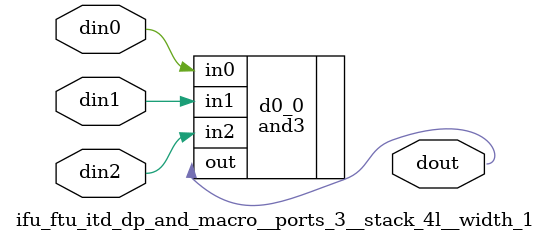
<source format=v>
module ifu_ftu_itd_dp (
  tcu_scan_en, 
  tcu_muxtest, 
  tcu_dectest, 
  l2clk, 
  scan_in, 
  tcu_pce_ov, 
  spc_aclk, 
  spc_bclk, 
  default_pid, 
  default_r, 
  default_context_0, 
  default_context_1, 
  write_context_0, 
  write_context_1, 
  itc_sel_trap_pc_0, 
  itc_sel_trap_pc_1, 
  itc_sel_demap_tag_d, 
  itc_sel_demap_tag_c0, 
  itc_sel_demap_tag_c1, 
  itc_sel_write_tag, 
  itc_sel_default, 
  itc_sel_write_tag_indexed, 
  itc_tag_error_inj, 
  itc_data_error_inj, 
  ifu_agd_pc_bf, 
  tlu_trap_pc_0, 
  tlu_trap_pc_1, 
  mmu_index, 
  ftp_thr0_pid_data, 
  ftp_thr1_pid_data, 
  ftp_thr2_pid_data, 
  ftp_thr3_pid_data, 
  ftp_thr4_pid_data, 
  ftp_thr5_pid_data, 
  ftp_thr6_pid_data, 
  ftp_thr7_pid_data, 
  asi_addr_bf, 
  mbi_addr, 
  mbi_wdata, 
  mbi_run, 
  mbi_cambist_run, 
  mbi_cambist_shift, 
  mbi_init_to_zero, 
  itc_sel_mbist, 
  itc_write_next, 
  scan_out, 
  itd_tag, 
  itd_data, 
  itd_index_valid_in, 
  itd_rw_index, 
  itd_prty_256m, 
  itd_prty_4m, 
  itd_prty_64k, 
  itd_prty_8k, 
  itd_prty_ctxt0, 
  itd_prty_ctxt1);
wire stop;
wire en;
wire test;
wire se;
wire pce_ov;
wire siclk;
wire soclk;
wire [54:0] tlu_tte;
wire tte0_lat_scanin;
wire tte0_lat_scanout;
wire init_or_shift;
wire [54:0] tte0;
wire init_or_shift_bf;
wire tte1_lat_scanin;
wire tte1_lat_scanout;
wire [54:0] tte1;
wire not_init_and_run;
wire not_init_nor_run;
wire [54:0] tte2;
wire not_init_and_run_bf;
wire not_init_nor_run_bf;
wire [2:0] partition_id1_to_buf;
wire [2:0] partition_id1;
wire [68:0] tag_to_demap_d;
wire [68:0] tag_to_demap_c0;
wire [12:0] write_context_0_ff;
wire [68:0] tag_to_demap_c1;
wire [12:0] write_context_1_ff;
wire prty_tte0_ctxt_;
wire sel_write_tag_c0;
wire sel_write_tag_c1;
wire [13:0] context_to_write_in;
wire [68:0] tag_to_write;
wire [13:0] context_to_write;
wire [2:0] partition_id2;
wire context_to_write_prty;
wire mask_va_27_22_;
wire mask_va_21_16_;
wire mask_va_15_13_;
wire mask_context_;
wire [27:13] masked_va;
wire masked_ctxt_parity;
wire [68:0] access_tag_f;
wire wrdata_sel;
wire [51:13] tag_for_parity;
wire mux_masked_ctxt_parity;
wire tag_parity_unmasked;
wire tag_parity_masked;
wire tag_parity;
wire [7:0] mbist_wdata_bf;
wire mbist_run;
wire tag_parity_out;
wire prty_256m;
wire prty_8k_lower;
wire prty_va_27_22;
wire prty_4m;
wire prty_va_27_16;
wire prty_64k;
wire prty_8k;
wire prty_ctxt0;
wire prty_ctxt1;
wire [68:0] access_tag_in;
wire access_tag_reg_scanin;
wire access_tag_reg_scanout;
wire access_tag_reg0_scanin;
wire access_tag_reg0_scanout;
wire write_context_0_reg_scanin;
wire write_context_0_reg_scanout;
wire write_context_1_reg_scanin;
wire write_context_1_reg_scanout;
wire context_to_write_reg_scanin;
wire context_to_write_reg_scanout;
wire tte2_lat_scanin;
wire tte2_lat_scanout;
wire [52:0] tte2_out;
wire [3:0] atm_unused;
wire [6:0] tte2_unused;
wire tte1_unused;
wire [68:0] mbist_wdata;
wire [7:0] mbist_wdata_dup;
wire [37:0] data_mbist_wdata;
wire [68:0] mbist_camdata;
wire [68:0] mbist_camdata_shift;
wire [68:0] bist_wdata;
wire [68:0] itd_tag_to_buf;
wire [5:0] mbist_index;
wire [5:0] itd_rw_index_to_buf;
wire mbist_in_reg_scanin;
wire mbist_in_reg_scanout;
wire [5:0] mbist_index_to_buf;
wire [7:0] mbist_wdata_to_buf;
wire mbist_run_to_buf;
wire cambist_run_bf;
wire mbist_in_dup_reg_scanin;
wire mbist_in_dup_reg_scanout;
wire tcu_muxtest_rep0;
wire [37:0] data_to_write;
wire [36:0] itd_data_to_buf;
wire data_parity;
wire data_parity_0;
wire data_parity_1;
wire init_or_shift_nor;
wire [1:0] itd_demap_control1;
wire demap_control1_0_;




input tcu_scan_en ;
input tcu_muxtest;
input tcu_dectest;
input		l2clk;
input		scan_in;
input		tcu_pce_ov;
input		spc_aclk;
input		spc_bclk;

input	[2:0] default_pid;
input		default_r;
input	[12:0] default_context_0;
input	[12:0] default_context_1;
input	[13:0] write_context_0;
input	[13:0] write_context_1;

input		itc_sel_trap_pc_0;
input		itc_sel_trap_pc_1;
input		itc_sel_demap_tag_d;
input		itc_sel_demap_tag_c0;
input		itc_sel_demap_tag_c1;
input		itc_sel_write_tag;
input           itc_sel_default;
input		itc_sel_write_tag_indexed;
input 	        itc_tag_error_inj;
input 	        itc_data_error_inj;

input	[47:13]	ifu_agd_pc_bf;

input	[47:0]	tlu_trap_pc_0;
input	[47:0]	tlu_trap_pc_1;
input	[6:0]	mmu_index;		// valid and index from data_access

input	[2:0]	ftp_thr0_pid_data;
input	[2:0]	ftp_thr1_pid_data;
input	[2:0]	ftp_thr2_pid_data;
input	[2:0]	ftp_thr3_pid_data;
input	[2:0]	ftp_thr4_pid_data;
input	[2:0]	ftp_thr5_pid_data;
input	[2:0]	ftp_thr6_pid_data;
input	[2:0]	ftp_thr7_pid_data;

input	[8:3]	asi_addr_bf;
input   [5:0] mbi_addr;
input   [7:0]	mbi_wdata;
input 	        mbi_run;
input           mbi_cambist_run;
input           mbi_cambist_shift;
input           mbi_init_to_zero;

input 		itc_sel_mbist;
input           itc_write_next;

output		scan_out;

output	[68:0]	itd_tag;
output	[37:0]	itd_data;
// output	[02:00]	itd_demap_control1;
output		itd_index_valid_in;
output	[5:0]	itd_rw_index;
output		itd_prty_256m;
output		itd_prty_4m;
output		itd_prty_64k;
output		itd_prty_8k;
output		itd_prty_ctxt0;
output		itd_prty_ctxt1;


					
// assign pce_ov	= tcu_pce_ov;
assign stop	= 1'b0;
// assign siclk	= spc_aclk;
// assign soclk	= spc_bclk;
assign en	= 1'b1;
// assign clk	= l2clk;
assign test  	= tcu_dectest;

ifu_ftu_itd_dp_buff_macro__dbuff_32x__stack_none__width_4 test_rep0  (
  .din ({tcu_scan_en,tcu_pce_ov,spc_aclk,spc_bclk}),
  .dout({se,pce_ov,siclk,soclk})
);



///////////////////////////////////////////////////////////////////////////////
// Flop the TTE from TLU

// First cycle of transfer 
// (part of tag, data, controls)
// 	  45	  Demap valid
// 	  44:43	  Demap / context type
//	  42	  PS_GT_64K
//	  41:39   VA[15:13]
//	  38	  PS_GT_8K
//	  37:35   Thread ID
//	  34	  Real bit
//	  33:22   PA[39:28]
//	  21:16   PA[27:22]
//	  15:10   PA[21:16]
//	  09:07   PA[15:13]
//	  06	  Valid bit
//	  05	  NFO bit
//	  04	  IE bit
//	  03	  CP bit
//	  02	  X bit
//	  01	  P bit
//	  00	  W bit
// Second cycle of transfer 
// (rest of tag)
//	  47:28   VA[47:28]
//	  27:22   VA[27:22]
//	  21	  PS_EQ_256M
//	  20	  Valid
//	  19	  Lock
//	  18:13   VA[21:16]
//	  12:00   Context

ifu_ftu_itd_dp_mux_macro__mux_aonpe__ports_2__stack_60c__width_55 tte_mux     (
	.din0	({mmu_index		[6:0],
		  tlu_trap_pc_0		[47:0]}),
	.din1	({mmu_index		[6:0],
		  tlu_trap_pc_1		[47:0]}),
	.sel0	(itc_sel_trap_pc_0		),
	.sel1	(itc_sel_trap_pc_1		),
	.dout	(tlu_tte		[54:0]	)
 
);

ifu_ftu_itd_dp_msff_macro__stack_60c__width_56 tte0_lat   (
        .scan_in(tte0_lat_scanin),
        .scan_out(tte0_lat_scanout),
        .clk ( l2clk                ),
	.din	({tlu_tte		[54:0]	,init_or_shift }),
	.dout	({tte0			[54:0]	,init_or_shift_bf}),
  .en(en),
  .se(se),
  .siclk(siclk),
  .soclk(soclk),
  .pce_ov(pce_ov),
  .stop(stop)
);

ifu_ftu_itd_dp_msff_macro__stack_60c__width_59 tte1_lat   (
        .scan_in(tte1_lat_scanin),
        .scan_out(tte1_lat_scanout),
        .clk ( l2clk                ),
	.din	({tte0[54:0],  tte1[37:36],not_init_and_run , not_init_nor_run}	),
	.dout	({tte1[54:0],  tte2[37:36],not_init_and_run_bf , not_init_nor_run_bf }	),
  .en(en),
  .se(se),
  .siclk(siclk),
  .soclk(soclk),
  .pce_ov(pce_ov),
  .stop(stop)
);





///////////////////////////TTE tag///////////////////////////////////////////////

// First must capture partition ID for both cycles
ifu_ftu_itd_dp_mux_macro__mux_aodec__ports_8__stack_4r__width_3 mx_pid1     (
	.din0	(ftp_thr0_pid_data[2:0]),
	.din1	(ftp_thr1_pid_data[2:0]),
	.din2	(ftp_thr2_pid_data[2:0]),
	.din3	(ftp_thr3_pid_data[2:0]),
	.din4	(ftp_thr4_pid_data[2:0]),
	.din5	(ftp_thr5_pid_data[2:0]),
	.din6	(ftp_thr6_pid_data[2:0]),
	.din7	(ftp_thr7_pid_data[2:0]),
	.sel	(tte1[37:35]),
	.dout	(partition_id1_to_buf[2:0])
);

ifu_ftu_itd_dp_buff_macro__stack_4c__width_3 mx_pid1_buf   (
    .din(partition_id1_to_buf[2:0]),
    .dout(partition_id1[2:0]));

// Now build tag for the two cycles
// Demap with specified context
assign tag_to_demap_d[68:0] =
       {tte0		[12:0],	// Context	
	partition_id1	[2:0],	// PID
	tte1		[34   ],	// R
	tte0		[47:28],	// VA[47:28]
	tte0		[27:22],	// VA[27:22]
	tte0		[21   ],	// 27_22_V
	tte0		[20   ],	// V
	tte0		[18:13],	// VA[21:16]
	tte1		[42   ],	// 21_16_V
	tte1		[41:39],	// VA[15:13]
	tte1		[38   ],	// 15_13_V
	tte0		[12:0]};	// Context[12:00]

// Demap with context 0
assign tag_to_demap_c0[68:0] =
       {write_context_0_ff	[12:0],	// Context[12:00]
	partition_id1		[2:0],	// PID
	tte1			[34   ],	// R
	tte0			[47:28],	// VA[47:28]
	tte0			[27:22],	// VA[27:22]
	tte0			[21   ],	// 27_22_V
	tte0			[20   ],	// V
	tte0			[18:13],	// VA[21:16]
	tte1			[42   ],	// 21_16_V
	tte1			[41:39],	// VA[15:13]
	tte1			[38   ],	// 15_13_V
	write_context_0_ff	[12:0]};	// Context[12:00]
	
// Demap with context 1
assign tag_to_demap_c1[68:0] =
       {write_context_1_ff	[12:0],	// Context[12:00]
	partition_id1		[2:0],	// PID
	tte1			[34   ],	// R
	tte0			[47:28],	// VA[47:28]
	tte0			[27:22],	// VA[27:22]
	tte0			[21   ],	// 27_22_V
	tte0			[20   ],	// V
	tte0			[18:13],	// VA[21:16]
	tte1			[42   ],	// 21_16_V
	tte1			[41:39],	// VA[15:13]
	tte1			[38   ],	// 15_13_V
	write_context_1_ff	[12:0]};	// Context[12:00]

// Mux context for write tag
ifu_ftu_itd_dp_mux_macro__mux_aope__ports_3__stack_14r__width_14 context_to_write_mux     (
	.din0	(write_context_0	[13:0]	),
	.din1	(write_context_1	[13:0]	),
	.din2	({prty_tte0_ctxt_, tte0	[12:0]}),
	.sel0	(sel_write_tag_c0		),
	.sel1	(sel_write_tag_c1		),
	.dout	(context_to_write_in	[13:0]	)
);

// buff_macro context_to_write_buf (width=14, stack=14r) (
//     .din(context_to_write_to_buf[13:0]),
//     .dout(context_to_write[13:0]));

// Write with muxed context
assign tag_to_write[68:0] =
       {context_to_write[12:0],	// Context		68:56
	partition_id2	[2:0],	// PID			55:53
	tte2		[34   ],	// R			52
	tte1		[47:28],	// VA[47:28]		51:32
	tte1		[27:22],	// VA[27:22]		31:26
	tte1		[21   ],	// 27_22_V		25
	tte1		[20   ],	// V			24
	tte1		[18:13],	// VA[21:16]		23:18
	tte2		[42   ],	// 21_16_V		17
	tte2		[41:39],	// VA[15:13]		16:14
	tte2		[38   ],	// 15_13_V		13
	context_to_write[12:0]		// Context[12:00]	12:00
	};
	
assign context_to_write_prty = context_to_write[13] ;

///////////////////////////////////////////////
// Parity generation for tte_tag
///////////////////////////////////////////////

// Mask the appropriate address/context bits based on page size and RA or VA trans type.

ifu_ftu_itd_dp_inv_macro__width_3 pg_mask_va  (
	.din	({tag_to_write[25],tag_to_write[17],tag_to_write[13]}),
	.dout	({mask_va_27_22_,  mask_va_21_16_,  mask_va_15_13_})
);
ifu_ftu_itd_dp_inv_macro__width_1 pg_mask_ctxt  (
	.din	(tag_to_write[52]),
	.dout	(mask_context_)
);

ifu_ftu_itd_dp_and_macro__ports_2__stack_16l__width_16 mask_tag    (
	.din0	({tag_to_write[31:26],
		  tag_to_write[23:18],
		  tag_to_write[16:14],
		  context_to_write_prty}),
	.din1	({{6{mask_va_27_22_}},
		  {6{mask_va_21_16_}},
		  {3{mask_va_15_13_}},
		     mask_context_}),
	.dout	({masked_va[27:22],
		  masked_va[21:16],
		  masked_va[15:13],
		  masked_ctxt_parity})
);

ifu_ftu_itd_dp_mux_macro__left_2__mux_pgpe__ports_2__stack_60c__width_40 parity_mux      (
	.din0	({ tag_to_write[55:53],	
		  tag_to_write[52],	
		  tag_to_write[51:32],	
		  masked_va   [27:22],	
		  masked_va   [21:16],	
		  masked_va   [15:13],
                  masked_ctxt_parity}),	
	.din1	({ access_tag_f[55:53],	
		  access_tag_f[52],	
		  access_tag_f[51:26],	
		  access_tag_f[23:18],	
		  access_tag_f[16:14],
                  1'b0}),	
	.sel0	(wrdata_sel	),
	.dout	({ tag_for_parity[51:13], mux_masked_ctxt_parity})
);

ifu_ftu_itd_dp_prty_macro__width_32 tag_pgen0  (
	.din	({itc_tag_error_inj,1'b0,tag_for_parity[51:28],6'b0}),
	.dout	(tag_parity_unmasked)
);
ifu_ftu_itd_dp_prty_macro__width_16 tag_pgen1  (
	.din	({tag_for_parity[27:13],mux_masked_ctxt_parity}),
	.dout	(tag_parity_masked)
);
// inv_macro inv_tag_par (width=2) (
// 	.din	({tag_parity_unmasked ,tag_parity_masked}),
// 	.dout	({tag_parity_unmasked_,tag_parity_masked_}),
// );
ifu_ftu_itd_dp_xor_macro__ports_2__width_1 pgen_tag   (
	.din0	(tag_parity_unmasked),
	.din1	(tag_parity_masked),
	.dout	(tag_parity)
);
// inv_macro write_inv (width=1) (
// 	.din	(itc_write_next ),
// 	.dout	(write_next_))
// ;
ifu_ftu_itd_dp_mux_macro__mux_pgpe__ports_2__stack_2r__width_1 tag_pmux     (
	.din0	(mbist_wdata_bf[5]),
	.din1	(tag_parity),
	.sel0	(mbist_run),
	.dout	(tag_parity_out)
);
// buff_macro tag_pbuf (width=1) (
// 	.din	(tag_parity_out),
// 	.dout	(tld_data[37])
// );

// Additional logic needed to complete parity detection.  
// tag_parity_unmasked is valid for all page sizes (it's complete for 256m)
// tag_parity_masked represents the addtional parity for 8k pages


assign prty_256m     = tag_parity_unmasked ;
assign prty_8k_lower = tag_parity_masked ; 

ifu_ftu_itd_dp_prty_macro__width_8 pgen_va_27_22  (
	.din	({access_tag_f[31:26],2'b00}),
	.dout	(prty_va_27_22)
);
ifu_ftu_itd_dp_xor_macro__ports_2__width_1 pgen_4m   (
	.din0	(prty_256m),
	.din1	(prty_va_27_22),
	.dout	(prty_4m)
);

ifu_ftu_itd_dp_prty_macro__width_16 pgen_va_27_16  (
	.din	({access_tag_f[31:26],4'b0000,access_tag_f[23:18]}),
	.dout	(prty_va_27_16)
);
ifu_ftu_itd_dp_xor_macro__ports_2__width_1 pgen_64k   (
	.din0	(prty_256m),
	.din1	(prty_va_27_16),
	.dout	(prty_64k)
);

ifu_ftu_itd_dp_xor_macro__ports_2__width_1 pgen_8k   (
	.din0	(prty_256m),
	.din1	(prty_8k_lower),
	.dout	(prty_8k)
);

 ifu_ftu_itd_dp_prty_macro__width_16 pgen_ctxt0  (
 	.din	({access_tag_f[12:0],3'b000}),
 	.dout	(prty_ctxt0)
 );
 ifu_ftu_itd_dp_prty_macro__width_16 pgen_ctxt1  (
 	.din	({3'b000,access_tag_f[68:56]}),
 	.dout	(prty_ctxt1)
 );

ifu_ftu_itd_dp_buff_macro__width_6 prty_buf  (
	.din	({    prty_256m,    prty_4m,    prty_64k,    prty_8k,    prty_ctxt0,    prty_ctxt1}),
	.dout	({itd_prty_256m,itd_prty_4m,itd_prty_64k,itd_prty_8k,itd_prty_ctxt0,itd_prty_ctxt1})
);

/////////////////////////////////////////////////////////////////////////////////////////////////////////////


 ifu_ftu_itd_dp_prty_macro__width_16 pgen_tte0_ctxt  (
  	.din	({1'b0,tte0[12:0],2'b00}),
  	.dout	(prty_tte0_ctxt_)
  );


assign access_tag_in[68:0] = {itd_tag[68:52],ifu_agd_pc_bf[47:22],itd_tag[25:24],
                              ifu_agd_pc_bf[21:16],itd_tag[17],ifu_agd_pc_bf[15:13],itd_tag[13:0]};

ifu_ftu_itd_dp_msff_macro__stack_60c__width_56 access_tag_reg  (
 .scan_in(access_tag_reg_scanin),
 .scan_out(access_tag_reg_scanout),
 .clk ( l2clk                ),
 .en  ( 1'b1 ),  
 .din ( access_tag_in[55:0]),
 .dout( access_tag_f[55:0]    ),
  .se(se),
  .siclk(siclk),
  .soclk(soclk),
  .pce_ov(pce_ov),
  .stop(stop));

ifu_ftu_itd_dp_msff_macro__stack_14c__width_13 access_tag_reg0  (
 .scan_in(access_tag_reg0_scanin),
 .scan_out(access_tag_reg0_scanout),
 .clk ( l2clk                ),
 .en  ( 1'b1 ),  
 .din ( access_tag_in[68:56]),
 .dout( access_tag_f[68:56]    ),
  .se(se),
  .siclk(siclk),
  .soclk(soclk),
  .pce_ov(pce_ov),
  .stop(stop));

ifu_ftu_itd_dp_msff_macro__stack_14c__width_13 write_context_0_reg  (
 .scan_in(write_context_0_reg_scanin),
 .scan_out(write_context_0_reg_scanout),
 .clk ( l2clk                ),
 .en  ( 1'b1 ),  
 .din ( write_context_0[12:0]),
 .dout( write_context_0_ff[12:0]    ),
  .se(se),
  .siclk(siclk),
  .soclk(soclk),
  .pce_ov(pce_ov),
  .stop(stop));

ifu_ftu_itd_dp_msff_macro__stack_14c__width_14 write_context_1_reg  (
 .scan_in(write_context_1_reg_scanin),
 .scan_out(write_context_1_reg_scanout),
 .clk ( l2clk                ),
 .en  ( 1'b1 ),  
 .din ( {itc_write_next,write_context_1[12:0]}),
 .dout( {wrdata_sel,write_context_1_ff[12:0] }   ),
  .se(se),
  .siclk(siclk),
  .soclk(soclk),
  .pce_ov(pce_ov),
  .stop(stop));

ifu_ftu_itd_dp_msff_macro__stack_14c__width_14 context_to_write_reg  (
 .scan_in(context_to_write_reg_scanin),
 .scan_out(context_to_write_reg_scanout),
 .clk ( l2clk                ),
 .en  ( 1'b1 ),  
 .din ( context_to_write_in[13:0]),
 .dout( context_to_write[13:0]    ),
  .se(se),
  .siclk(siclk),
  .soclk(soclk),
  .pce_ov(pce_ov),
  .stop(stop));

// msff_macro tte2_lat (width=52, stack=70c, mux=aope, ports=4) (
//         .scan_in(tte2_lat_scanin),
//         .scan_out(tte2_lat_scanout),
//         .din0   ({51'b0,1'b1}),
//         .din1   ({tte2_lat_out[50:0],1'b0}),
//         .din2   ({tte1[54:47],partition_id1[2:0],tte1[42:38],1'b1,1'b0,tte1[34:7],tte1[5:0]}),
//         .din3   ({tld_tag[55:52],12'b0,1'b0,1'b1,7'b0,tgd_tag_c1[12:00],tgd_tag_c0[12:0],1'b0}),
//         .sel0   (mbi_init_to_zero),
//         .sel1   (mbi_cambist_shift),
//         .sel2   (tlc_write_next),
//         .dout   (tte2_lat_out[51:0]),
//         .en     (tlc_tte2_clken)
// );

ifu_ftu_itd_dp_msff_macro__mux_aope__ports_3__stack_60c__width_53 tte2_lat   (
        .scan_in(tte2_lat_scanin),
        .scan_out(tte2_lat_scanout),
        .clk(l2clk),
        .din0   ({52'b0,1'b1}),
        .din1   ({tte2_out[51:0],1'b0}),
	.din2 	({tte1[54:46],partition_id1[2:0],tte1[44:38],tte1[34:28],tte1[27:7],tte1[5:0]}),
        .sel0   (mbi_init_to_zero ),
        .sel1   (mbi_cambist_shift),
	.dout	({tte2[54:46],partition_id2[2:0],tte2[44:38],tte2[34:28],tte2[27:7],tte2[5:0]}),
	.en	(1'b1),
  .se(se),
  .siclk(siclk),
  .soclk(soclk),
  .pce_ov(pce_ov),
  .stop(stop)
);


assign tte2_out[52:0]  = 	({tte2[54:46],partition_id2[2:0],tte2[44:38],tte2[34:28],tte2[27:7],tte2[5:0]});
assign itd_index_valid_in =          tte1[54];

assign atm_unused[3:0] = {access_tag_f[25:24],access_tag_f[17],access_tag_f[13]};
assign tte2_unused[6:0]            = {tte2[47:46],tte2[44:43],tte2[37:36], tte1[35]} ;
assign tte1_unused     = tte1[6] ;




///////////////////////////////////////////////
// Mux bist test data                        //
///////////////////////////////////////////////
//     mbist_wdata[68:0] = {    mbist_wdata_bf[2:0], mbist_wdata_bf[7:0],mbist_wdata_bf[7:6],          // [68:56]
//                              mbist_wdata_bf[4:2],                                                   // [55:53]
//                              1'b0,                                                                  // [52]
//                              mbist_wdata_bf[0],{3{mbist_wdata_bf[7:0]}},mbist_wdata_bf[7],          // [51:26]
//                              1'b0,                                                                  // [25]
//                              mbist_wdata_bf[6:0],                                                   // [24:18]
//                              1'b0,                                                                  // [17]
//                              mbist_wdata_bf[7:5],                                                   // [16:14]
//                              1'b0,                                                                  // [13]
//                              mbist_wdata_bf[4:0],mbist_wdata_bf[7:0]};                              // [12:0]
//
//
//

// Page mask and real bits must be zero for bist to avoid masking lower address and context bits.
assign mbist_wdata[68:0] = {    mbist_wdata_dup[1:0],mbist_wdata_dup[7:0], mbist_wdata_dup[7:5],          // [68:56]
                                mbist_wdata_dup[4:2],                                                   // [55:53]
                                1'b0,                                                                  // [52]
                                mbist_wdata_dup[0],{3{mbist_wdata_dup[7:0]}},mbist_wdata_dup[7],          // [51:26]
                                1'b0,                                                                  // [25]
                                mbist_wdata_dup[6:0],                                                   // [24:18]
                                1'b0,                                                                  // [17]
                                mbist_wdata_dup[7:5],                                                   // [16:14]
                                1'b0,                                                                  // [13]
                                mbist_wdata_dup[4:0],mbist_wdata_dup[7:0]};                              // [12:0]


assign data_mbist_wdata[37:0] = { mbist_wdata_bf[5:0],mbist_wdata_bf[7:2],                             // [37:26]
                                mbist_wdata_bf[1],                                                     // [25]
                                mbist_wdata_bf[0],mbist_wdata_bf[7:2],                                 // [24:18]
                                mbist_wdata_bf[1],                                                     // [17]
                                mbist_wdata_bf[0], mbist_wdata_bf[7:6],                                // [16:14]
                                mbist_wdata_bf[5],                                                     // [13]
                                mbist_wdata_bf[4:0],mbist_wdata_bf[7:0]};                              // [12:0]


// correct this
assign mbist_camdata[68:0]       =   ({{13{mbist_wdata_dup[2]}},{3{mbist_wdata_dup[1]}},mbist_wdata_dup[5],
                                       {26{mbist_wdata_dup[0]}},1'b0,mbist_wdata_dup[4],{6{mbist_wdata_dup[0]}}, 1'b0,
                                       {3{mbist_wdata_dup[0]}},1'b0,{13{mbist_wdata_dup[3]}}});          // CAMBIST match/write data

// correct this
assign mbist_camdata_shift[68:0] =   ({tte2_out[12:0],tte2_out[51:49],tte2_out[48],
                                       tte2_out[47:22],1'b0,1'b1,tte2_out[21:16], 1'b0,
                                       tte2_out[15:13],1'b0,tte2_out[12:0]});           // CAMBIST shift data


ifu_ftu_itd_dp_mux_macro__dmux_6x__mux_aonpe__ports_3__stack_58c__width_56 test_data_mux0      (
        .din0   (mbist_camdata_shift[55:0]),           // CAMBIST shift data
        .din1   (mbist_camdata[55:0]),                 // CAMBIST match/write data
        .din2   (mbist_wdata[55:0]),                   // MEMBIST data
        .sel0   (init_or_shift_bf),
        .sel1   (not_init_and_run_bf),
        .sel2   (not_init_nor_run_bf),
        .dout   (bist_wdata[55:0])
);

ifu_ftu_itd_dp_mux_macro__dmux_6x__mux_aonpe__ports_3__stack_14r__width_13 test_data_mux1      (
        .din0   (mbist_camdata_shift[68:56]),           // CAMBIST shift data
        .din1   (mbist_camdata[68:56]),                 // CAMBIST match/write data
        .din2   (mbist_wdata[68:56]),                   // MEMBIST data
        .sel0   (init_or_shift_bf),
        .sel1   (not_init_and_run_bf),
        .sel2   (not_init_nor_run_bf),
        .dout   (bist_wdata[68:56])
);

///////////////////////////////////////////////
// Parity generation for tte_tag
///////////////////////////////////////////////


// VA muxing done in ifu_ftu_agd_dp, and other "middle" parts of
// tag are not used in match
ifu_ftu_itd_dp_mux_macro__dmux_8x__mux_aonpe__ports_7__stack_58c__width_56 mx_tag0_d      (
	.din0	(tag_to_demap_d		[55:0]	),
	.din1	(tag_to_demap_c0	[55:0]	),
	.din2	(tag_to_demap_c1	[55:0]	),
	.din3	(tag_to_write		[55:0]	),
	.din4	(tag_to_write		[55:0]	),
	.din5	(bist_wdata     	[55:0]	),
	.din6	({default_pid		[2:0],
		  default_r		       ,
		  {39 {1'b0}}		       ,
		  default_context_0	[12:0]}),
	.sel0	(itc_sel_demap_tag_d		),
	.sel1	(itc_sel_demap_tag_c0		),
	.sel2	(itc_sel_demap_tag_c1		),
	.sel3	(itc_sel_write_tag		),
	.sel4	(itc_sel_write_tag_indexed	),
	.sel5	(itc_sel_mbist			),
	.sel6	(itc_sel_default			),
	.dout	(itd_tag_to_buf		[55:0]	)
);

assign itd_tag[55:0] = itd_tag_to_buf[55:0];

// buff_macro mx_tag0_d_buf (width=58, stack=60c) (
// 	.din 	(itd_tag_to_buf		[57:00]	),
// 	.dout	(itd_tag		[57:00]	));

ifu_ftu_itd_dp_mux_macro__dmux_6x__mux_aonpe__ports_7__stack_20r__width_19 mx_tag1_d      (
	.din0	({6'd0,tag_to_demap_d[68:56]}),
	.din1	({6'd0,tag_to_demap_c0[68:56]}),
	.din2	({6'd0,tag_to_demap_c1[68:56]}),
	.din3	({6'd0,tag_to_write[68:56]}),
	.din4	({tte2[53:48],tag_to_write[68:56]}),
	.din5   ({mbist_index[5:0],bist_wdata[68:56]}),
	.din6	({asi_addr_bf[8:3],default_context_1[12:0]}),
	.sel0	(itc_sel_demap_tag_d),
	.sel1	(itc_sel_demap_tag_c0),
	.sel2	(itc_sel_demap_tag_c1),
	.sel3	(itc_sel_write_tag),
	.sel4	(itc_sel_write_tag_indexed),
	.sel5	(itc_sel_mbist			),
	.sel6	(itc_sel_default			),
    	.dout	({itd_rw_index_to_buf[5:0],itd_tag_to_buf[68:56]})  
);

// buff_macro mx_tag1_d_buf (width=20, stack=20c) (
//     .din ( {prty_ctxt1_to_buf_,itd_rw_index_to_buf[5:0],itd_tag_to_buf[68:56]}), 
//     .dout({prty_ctxt1_,itd_rw_index[5:0],itd_tag[68:56]}) ) ;

// assign prty_ctxt1_       = prty_ctxt1_to_buf_; 
assign itd_rw_index[5:0] = itd_rw_index_to_buf[5:0] ;
assign itd_tag[68:56]    = itd_tag_to_buf[68:56] ;

ifu_ftu_itd_dp_msff_macro__stack_16r__width_16 mbist_in_reg  (
 .scan_in(mbist_in_reg_scanin),
 .scan_out(mbist_in_reg_scanout),
 .clk ( l2clk                ),
 .en  ( 1'b1 ),  
 .din ( {mbi_addr[5:0],mbi_wdata[7:0],mbi_run,mbi_cambist_run}),
 .dout( {mbist_index_to_buf[5:0],mbist_wdata_to_buf[7:0],mbist_run_to_buf,cambist_run_bf}     ),
  .se(se),
  .siclk(siclk),
  .soclk(soclk),
  .pce_ov(pce_ov),
  .stop(stop));

ifu_ftu_itd_dp_msff_macro__stack_8c__width_8 mbist_in_dup_reg  (
 .scan_in(mbist_in_dup_reg_scanin),
 .scan_out(mbist_in_dup_reg_scanout),
 .clk ( l2clk                ),
 .en  ( 1'b1 ),  
 .din ( mbi_wdata[7:0]),
 .dout( mbist_wdata_dup[7:0]),
  .se(se),
  .siclk(siclk),
  .soclk(soclk),
  .pce_ov(pce_ov),
  .stop(stop));

ifu_ftu_itd_dp_buff_macro__stack_16r__width_15 mbist_in_buf  (
    .din( {mbist_index_to_buf[5:0],mbist_wdata_to_buf[7:0],mbist_run_to_buf}     ),
    .dout( {mbist_index[5:0],mbist_wdata_bf[7:0],mbist_run}     ));


///////////////////////////TTE data////////////////////////////////////////////
                                

ifu_ftu_itd_dp_buff_macro__dbuff_48x__width_1 tst_mux_rep0  (
 .din ( tcu_muxtest     ),
 .dout( tcu_muxtest_rep0     ));


// Data is only needed for write, need a mux only for bist
ifu_ftu_itd_dp_mux_macro__mux_pgpe__ports_3__stack_38c__width_37 mx_itd_data     (
        .din0   ({31'b0,mbist_index[5:0]}),                  //CAM write data
	.din1	(data_mbist_wdata[36:0]),                    //MBIST write data
	.din2	(data_to_write[36:0]),                    //Functional write data
        .muxtst (tcu_muxtest_rep0),
	.sel0	(cambist_run_bf),
	.sel1	(mbist_run),
	.dout	(itd_data_to_buf[36:0]),
  .test(test)
);

assign itd_data[37:0] = {data_to_write[37], itd_data_to_buf[36:0]} ;

// buff_macro mx_itd_data_buf (width=39, stack=60c) (
// 	.din 	(itd_data_to_buf[38:0]),
// 	.dout	(itd_data[38:0]));

assign data_to_write[37:0] = 
       {tag_parity_out	       ,	// Parity for tag
	data_parity	       ,	// Parity
	tte2		[33:22],	// PA[39:28]
	tte2		[21:16],	// PA[27:22]
	tte1		[21   ],	// 27_22_V, PS_EQ_256M
	tte2		[15:10],	// PA[21:16]
	tte2		[42   ],	// 21_16_V, PS_GT_64K
	tte2		[9:7],	// VA[15:13]
	tte2		[38   ],	// 15_13_V, PS_GT_8K
	tte2		[5:0]		// NFO, IE, CP, E, P, W
	};	


 ifu_ftu_itd_dp_prty_macro__width_32 dprty0  (
	.din	(data_to_write[31:0]),
	.dout	(data_parity_0)
);
ifu_ftu_itd_dp_prty_macro__width_8 dprty1  (
	.din	({2'b00,data_to_write[35:32],itc_data_error_inj,1'b0}),
	.dout	(data_parity_1)
);

ifu_ftu_itd_dp_xor_macro__ports_2__width_1 pgen_data_xor   (
	.din0	(data_parity_0),
	.din1	(data_parity_1),
	.dout	(data_parity)
);

ifu_ftu_itd_dp_nor_macro__ports_2__width_1 shift_or_init   (
	.din0	(mbi_init_to_zero),
	.din1	(mbi_cambist_shift),
	.dout	(init_or_shift_nor)
);

ifu_ftu_itd_dp_inv_macro__width_1 shift_or_init_inv  (
         .din    (init_or_shift_nor),
         .dout   (init_or_shift)
 );

ifu_ftu_itd_dp_nor_macro__ports_2__width_1 not_init_nor_run_nor   (
	.din0	(init_or_shift),
	.din1	(mbi_cambist_run),
	.dout	(not_init_nor_run)
);

ifu_ftu_itd_dp_and_macro__ports_2__width_1 not_init_and_run_and   (
	.din0	(init_or_shift_nor),
	.din1	(mbi_cambist_run),
	.dout	(not_init_and_run)
);

// buff_macro dprty_buf (width=1) (
// 	.din	(data_parity),
// 	.dout	(data_parity_buf)
// );


assign itd_demap_control1[1:0] =
       tte1[44:43];

// Write context 0 if a write with use_context_0 on
// assign itc_sel_write_tag_c0 =
//        (wr_vld  &                  demap_c2[00]) ;
// 
// Write context 1 if a write with use_context_1 on
// assign itc_sel_write_tag_c1 =
//        (wr_vld  &                  demap_c2[01] & ~demap_c2[00]) ;


ifu_ftu_itd_dp_and_macro__ports_2__stack_2l__width_1 write_tag_c0_and    (
        .din0   (itc_write_next),
        .din1   (itd_demap_control1[0]),
        .dout   (sel_write_tag_c0)
);

ifu_ftu_itd_dp_and_macro__ports_3__stack_4l__width_1 write_tag_c1_and    (
        .din0   (itc_write_next),
        .din1   (demap_control1_0_),
        .din2   (itd_demap_control1[1]),
        .dout   (sel_write_tag_c1)
);

// assign sel_write_tag_t1 = write_next_ ;
// 
 ifu_ftu_itd_dp_inv_macro__width_1 sel_write_inv  (
         .din    (itd_demap_control1[0]),
         .dout   (demap_control1_0_)
 );




// assign se = tcu_scan_en ;
// fixscan start:
assign tte0_lat_scanin           = scan_in                  ;
assign tte1_lat_scanin           = tte0_lat_scanout         ;
assign access_tag_reg_scanin     = tte1_lat_scanout         ;
assign access_tag_reg0_scanin    = access_tag_reg_scanout   ;
assign write_context_0_reg_scanin = access_tag_reg0_scanout  ;
assign write_context_1_reg_scanin = write_context_0_reg_scanout;
assign context_to_write_reg_scanin = write_context_1_reg_scanout;
assign tte2_lat_scanin           = context_to_write_reg_scanout;
assign mbist_in_reg_scanin       = tte2_lat_scanout         ;
assign mbist_in_dup_reg_scanin   = mbist_in_reg_scanout     ;
assign scan_out                  = mbist_in_dup_reg_scanout ;
// fixscan end:
endmodule	
	
	


//
//   buff macro
//
//





module ifu_ftu_itd_dp_buff_macro__dbuff_32x__stack_none__width_4 (
  din, 
  dout);
  input [3:0] din;
  output [3:0] dout;






buff /*#(4)*/  d0_0 (
.in(din[3:0]),
.out(dout[3:0])
);








endmodule





// general mux macro for pass-gate and and-or muxes with/wout priority encoders
// also for pass-gate with decoder





// any PARAMS parms go into naming of macro

module ifu_ftu_itd_dp_mux_macro__mux_aonpe__ports_2__stack_60c__width_55 (
  din0, 
  sel0, 
  din1, 
  sel1, 
  dout);
wire buffout0;
wire buffout1;

  input [54:0] din0;
  input sel0;
  input [54:0] din1;
  input sel1;
  output [54:0] dout;





cl_dp1_muxbuff2_8x  c0_0 (
 .in0(sel0),
 .in1(sel1),
 .out0(buffout0),
 .out1(buffout1)
);
mux2s /*#(55)*/  d0_0 (
  .sel0(buffout0),
  .sel1(buffout1),
  .in0(din0[54:0]),
  .in1(din1[54:0]),
.dout(dout[54:0])
);









  



endmodule






// any PARAMS parms go into naming of macro

module ifu_ftu_itd_dp_msff_macro__stack_60c__width_56 (
  din, 
  clk, 
  en, 
  se, 
  scan_in, 
  siclk, 
  soclk, 
  pce_ov, 
  stop, 
  dout, 
  scan_out);
wire l1clk;
wire siclk_out;
wire soclk_out;
wire [54:0] so;

  input [55:0] din;


  input clk;
  input en;
  input se;
  input scan_in;
  input siclk;
  input soclk;
  input pce_ov;
  input stop;



  output [55:0] dout;


  output scan_out;




cl_dp1_l1hdr_8x c0_0 (
.l2clk(clk),
.pce(en),
.aclk(siclk),
.bclk(soclk),
.l1clk(l1clk),
  .se(se),
  .pce_ov(pce_ov),
  .stop(stop),
  .siclk_out(siclk_out),
  .soclk_out(soclk_out)
);
dff /*#(56)*/  d0_0 (
.l1clk(l1clk),
.siclk(siclk_out),
.soclk(soclk_out),
.d(din[55:0]),
.si({scan_in,so[54:0]}),
.so({so[54:0],scan_out}),
.q(dout[55:0])
);




















endmodule













// any PARAMS parms go into naming of macro

module ifu_ftu_itd_dp_msff_macro__stack_60c__width_59 (
  din, 
  clk, 
  en, 
  se, 
  scan_in, 
  siclk, 
  soclk, 
  pce_ov, 
  stop, 
  dout, 
  scan_out);
wire l1clk;
wire siclk_out;
wire soclk_out;
wire [57:0] so;

  input [58:0] din;


  input clk;
  input en;
  input se;
  input scan_in;
  input siclk;
  input soclk;
  input pce_ov;
  input stop;



  output [58:0] dout;


  output scan_out;




cl_dp1_l1hdr_8x c0_0 (
.l2clk(clk),
.pce(en),
.aclk(siclk),
.bclk(soclk),
.l1clk(l1clk),
  .se(se),
  .pce_ov(pce_ov),
  .stop(stop),
  .siclk_out(siclk_out),
  .soclk_out(soclk_out)
);
dff /*#(59)*/  d0_0 (
.l1clk(l1clk),
.siclk(siclk_out),
.soclk(soclk_out),
.d(din[58:0]),
.si({scan_in,so[57:0]}),
.so({so[57:0],scan_out}),
.q(dout[58:0])
);




















endmodule









// general mux macro for pass-gate and and-or muxes with/wout priority encoders
// also for pass-gate with decoder





// any PARAMS parms go into naming of macro

module ifu_ftu_itd_dp_mux_macro__mux_aodec__ports_8__stack_4r__width_3 (
  din0, 
  din1, 
  din2, 
  din3, 
  din4, 
  din5, 
  din6, 
  din7, 
  sel, 
  dout);
wire psel0;
wire psel1;
wire psel2;
wire psel3;
wire psel4;
wire psel5;
wire psel6;
wire psel7;

  input [2:0] din0;
  input [2:0] din1;
  input [2:0] din2;
  input [2:0] din3;
  input [2:0] din4;
  input [2:0] din5;
  input [2:0] din6;
  input [2:0] din7;
  input [2:0] sel;
  output [2:0] dout;





cl_dp1_pdec8_8x  c0_0 (
  .test(1'b1),
 .sel0(sel[0]),
 .sel1(sel[1]),
 .sel2(sel[2]),
 .psel0(psel0),
 .psel1(psel1),
 .psel2(psel2),
 .psel3(psel3),
 .psel4(psel4),
 .psel5(psel5),
 .psel6(psel6),
 .psel7(psel7)
);

mux8s /*#(3)*/  d0_0 (
  .sel0(psel0),
  .sel1(psel1),
  .sel2(psel2),
  .sel3(psel3),
  .sel4(psel4),
  .sel5(psel5),
  .sel6(psel6),
  .sel7(psel7),
  .in0(din0[2:0]),
  .in1(din1[2:0]),
  .in2(din2[2:0]),
  .in3(din3[2:0]),
  .in4(din4[2:0]),
  .in5(din5[2:0]),
  .in6(din6[2:0]),
  .in7(din7[2:0]),
.dout(dout[2:0])
);









  



endmodule


//
//   buff macro
//
//





module ifu_ftu_itd_dp_buff_macro__stack_4c__width_3 (
  din, 
  dout);
  input [2:0] din;
  output [2:0] dout;






buff /*#(3)*/  d0_0 (
.in(din[2:0]),
.out(dout[2:0])
);








endmodule





// general mux macro for pass-gate and and-or muxes with/wout priority encoders
// also for pass-gate with decoder





// any PARAMS parms go into naming of macro

module ifu_ftu_itd_dp_mux_macro__mux_aope__ports_3__stack_14r__width_14 (
  din0, 
  din1, 
  din2, 
  sel0, 
  sel1, 
  dout);
wire psel0;
wire psel1;
wire psel2;

  input [13:0] din0;
  input [13:0] din1;
  input [13:0] din2;
  input sel0;
  input sel1;
  output [13:0] dout;





cl_dp1_penc3_8x  c0_0 (
  .test(1'b1),
 .sel0(sel0),
 .sel1(sel1),
 .psel0(psel0),
 .psel1(psel1),
 .psel2(psel2)
);

mux3s /*#(14)*/  d0_0 (
  .sel0(psel0),
  .sel1(psel1),
  .sel2(psel2),
  .in0(din0[13:0]),
  .in1(din1[13:0]),
  .in2(din2[13:0]),
.dout(dout[13:0])
);









  



endmodule


//
//   invert macro
//
//





module ifu_ftu_itd_dp_inv_macro__width_3 (
  din, 
  dout);
  input [2:0] din;
  output [2:0] dout;






inv /*#(3)*/  d0_0 (
.in(din[2:0]),
.out(dout[2:0])
);









endmodule





//
//   invert macro
//
//





module ifu_ftu_itd_dp_inv_macro__width_1 (
  din, 
  dout);
  input [0:0] din;
  output [0:0] dout;






inv /*#(1)*/  d0_0 (
.in(din[0:0]),
.out(dout[0:0])
);









endmodule





//  
//   and macro for ports = 2,3,4
//
//





module ifu_ftu_itd_dp_and_macro__ports_2__stack_16l__width_16 (
  din0, 
  din1, 
  dout);
  input [15:0] din0;
  input [15:0] din1;
  output [15:0] dout;






and2 /*#(16)*/  d0_0 (
.in0(din0[15:0]),
.in1(din1[15:0]),
.out(dout[15:0])
);









endmodule





// general mux macro for pass-gate and and-or muxes with/wout priority encoders
// also for pass-gate with decoder





// any PARAMS parms go into naming of macro

module ifu_ftu_itd_dp_mux_macro__left_2__mux_pgpe__ports_2__stack_60c__width_40 (
  din0, 
  din1, 
  sel0, 
  dout);
wire psel0_unused;
wire psel1;

  input [39:0] din0;
  input [39:0] din1;
  input sel0;
  output [39:0] dout;





cl_dp1_penc2_8x  c0_0 (
 .sel0(sel0),
 .psel0(psel0_unused),
 .psel1(psel1)
);

mux2e /*#(40)*/  d0_0 (
  .sel(psel1),
  .in0(din0[39:0]),
  .in1(din1[39:0]),
.dout(dout[39:0])
);









  



endmodule


//
//   parity macro (even parity)
//
//





module ifu_ftu_itd_dp_prty_macro__width_32 (
  din, 
  dout);
  input [31:0] din;
  output dout;







prty /*#(32)*/  m0_0 (
.in(din[31:0]),
.out(dout)
);










endmodule





//
//   parity macro (even parity)
//
//





module ifu_ftu_itd_dp_prty_macro__width_16 (
  din, 
  dout);
  input [15:0] din;
  output dout;







prty /*#(16)*/  m0_0 (
.in(din[15:0]),
.out(dout)
);










endmodule





//
//   xor macro for ports = 2,3
//
//





module ifu_ftu_itd_dp_xor_macro__ports_2__width_1 (
  din0, 
  din1, 
  dout);
  input [0:0] din0;
  input [0:0] din1;
  output [0:0] dout;





xor2 /*#(1)*/  d0_0 (
.in0(din0[0:0]),
.in1(din1[0:0]),
.out(dout[0:0])
);








endmodule





// general mux macro for pass-gate and and-or muxes with/wout priority encoders
// also for pass-gate with decoder





// any PARAMS parms go into naming of macro

module ifu_ftu_itd_dp_mux_macro__mux_pgpe__ports_2__stack_2r__width_1 (
  din0, 
  din1, 
  sel0, 
  dout);
wire psel0_unused;
wire psel1;

  input [0:0] din0;
  input [0:0] din1;
  input sel0;
  output [0:0] dout;





cl_dp1_penc2_8x  c0_0 (
 .sel0(sel0),
 .psel0(psel0_unused),
 .psel1(psel1)
);

mux2e /*#(1)*/  d0_0 (
  .sel(psel1),
  .in0(din0[0:0]),
  .in1(din1[0:0]),
.dout(dout[0:0])
);









  



endmodule


//
//   parity macro (even parity)
//
//





module ifu_ftu_itd_dp_prty_macro__width_8 (
  din, 
  dout);
  input [7:0] din;
  output dout;







prty /*#(8)*/  m0_0 (
.in(din[7:0]),
.out(dout)
);










endmodule





//
//   buff macro
//
//





module ifu_ftu_itd_dp_buff_macro__width_6 (
  din, 
  dout);
  input [5:0] din;
  output [5:0] dout;






buff /*#(6)*/  d0_0 (
.in(din[5:0]),
.out(dout[5:0])
);








endmodule









// any PARAMS parms go into naming of macro

module ifu_ftu_itd_dp_msff_macro__stack_14c__width_13 (
  din, 
  clk, 
  en, 
  se, 
  scan_in, 
  siclk, 
  soclk, 
  pce_ov, 
  stop, 
  dout, 
  scan_out);
wire l1clk;
wire siclk_out;
wire soclk_out;
wire [11:0] so;

  input [12:0] din;


  input clk;
  input en;
  input se;
  input scan_in;
  input siclk;
  input soclk;
  input pce_ov;
  input stop;



  output [12:0] dout;


  output scan_out;




cl_dp1_l1hdr_8x c0_0 (
.l2clk(clk),
.pce(en),
.aclk(siclk),
.bclk(soclk),
.l1clk(l1clk),
  .se(se),
  .pce_ov(pce_ov),
  .stop(stop),
  .siclk_out(siclk_out),
  .soclk_out(soclk_out)
);
dff /*#(13)*/  d0_0 (
.l1clk(l1clk),
.siclk(siclk_out),
.soclk(soclk_out),
.d(din[12:0]),
.si({scan_in,so[11:0]}),
.so({so[11:0],scan_out}),
.q(dout[12:0])
);




















endmodule













// any PARAMS parms go into naming of macro

module ifu_ftu_itd_dp_msff_macro__stack_14c__width_14 (
  din, 
  clk, 
  en, 
  se, 
  scan_in, 
  siclk, 
  soclk, 
  pce_ov, 
  stop, 
  dout, 
  scan_out);
wire l1clk;
wire siclk_out;
wire soclk_out;
wire [12:0] so;

  input [13:0] din;


  input clk;
  input en;
  input se;
  input scan_in;
  input siclk;
  input soclk;
  input pce_ov;
  input stop;



  output [13:0] dout;


  output scan_out;




cl_dp1_l1hdr_8x c0_0 (
.l2clk(clk),
.pce(en),
.aclk(siclk),
.bclk(soclk),
.l1clk(l1clk),
  .se(se),
  .pce_ov(pce_ov),
  .stop(stop),
  .siclk_out(siclk_out),
  .soclk_out(soclk_out)
);
dff /*#(14)*/  d0_0 (
.l1clk(l1clk),
.siclk(siclk_out),
.soclk(soclk_out),
.d(din[13:0]),
.si({scan_in,so[12:0]}),
.so({so[12:0],scan_out}),
.q(dout[13:0])
);




















endmodule













// any PARAMS parms go into naming of macro

module ifu_ftu_itd_dp_msff_macro__mux_aope__ports_3__stack_60c__width_53 (
  din0, 
  din1, 
  din2, 
  sel0, 
  sel1, 
  clk, 
  en, 
  se, 
  scan_in, 
  siclk, 
  soclk, 
  pce_ov, 
  stop, 
  dout, 
  scan_out);
wire psel0;
wire psel1;
wire psel2;
wire [52:0] muxout;
wire l1clk;
wire siclk_out;
wire soclk_out;
wire [51:0] so;

  input [52:0] din0;
  input [52:0] din1;
  input [52:0] din2;
  input sel0;
  input sel1;


  input clk;
  input en;
  input se;
  input scan_in;
  input siclk;
  input soclk;
  input pce_ov;
  input stop;



  output [52:0] dout;


  output scan_out;




cl_dp1_penc3_8x  c1_0 (
  .test(1'b1),
 .sel0(sel0),
 .sel1(sel1),
 .psel0(psel0),
 .psel1(psel1),
 .psel2(psel2)
);

mux3s /*#(53)*/  d1_0 (
  .sel0(psel0),
  .sel1(psel1),
  .sel2(psel2),
  .in0(din0[52:0]),
  .in1(din1[52:0]),
  .in2(din2[52:0]),
.dout(muxout[52:0])
);
cl_dp1_l1hdr_8x c0_0 (
.l2clk(clk),
.pce(en),
.aclk(siclk),
.bclk(soclk),
.l1clk(l1clk),
  .se(se),
  .pce_ov(pce_ov),
  .stop(stop),
  .siclk_out(siclk_out),
  .soclk_out(soclk_out)
);
dff /*#(53)*/  d0_0 (
.l1clk(l1clk),
.siclk(siclk_out),
.soclk(soclk_out),
.d(muxout[52:0]),
.si({scan_in,so[51:0]}),
.so({so[51:0],scan_out}),
.q(dout[52:0])
);




















endmodule









// general mux macro for pass-gate and and-or muxes with/wout priority encoders
// also for pass-gate with decoder





// any PARAMS parms go into naming of macro

module ifu_ftu_itd_dp_mux_macro__dmux_6x__mux_aonpe__ports_3__stack_58c__width_56 (
  din0, 
  sel0, 
  din1, 
  sel1, 
  din2, 
  sel2, 
  dout);
wire buffout0;
wire buffout1;
wire buffout2;

  input [55:0] din0;
  input sel0;
  input [55:0] din1;
  input sel1;
  input [55:0] din2;
  input sel2;
  output [55:0] dout;





cl_dp1_muxbuff3_8x  c0_0 (
 .in0(sel0),
 .in1(sel1),
 .in2(sel2),
 .out0(buffout0),
 .out1(buffout1),
 .out2(buffout2)
);
mux3s /*#(56)*/  d0_0 (
  .sel0(buffout0),
  .sel1(buffout1),
  .sel2(buffout2),
  .in0(din0[55:0]),
  .in1(din1[55:0]),
  .in2(din2[55:0]),
.dout(dout[55:0])
);









  



endmodule


// general mux macro for pass-gate and and-or muxes with/wout priority encoders
// also for pass-gate with decoder





// any PARAMS parms go into naming of macro

module ifu_ftu_itd_dp_mux_macro__dmux_6x__mux_aonpe__ports_3__stack_14r__width_13 (
  din0, 
  sel0, 
  din1, 
  sel1, 
  din2, 
  sel2, 
  dout);
wire buffout0;
wire buffout1;
wire buffout2;

  input [12:0] din0;
  input sel0;
  input [12:0] din1;
  input sel1;
  input [12:0] din2;
  input sel2;
  output [12:0] dout;





cl_dp1_muxbuff3_8x  c0_0 (
 .in0(sel0),
 .in1(sel1),
 .in2(sel2),
 .out0(buffout0),
 .out1(buffout1),
 .out2(buffout2)
);
mux3s /*#(13)*/  d0_0 (
  .sel0(buffout0),
  .sel1(buffout1),
  .sel2(buffout2),
  .in0(din0[12:0]),
  .in1(din1[12:0]),
  .in2(din2[12:0]),
.dout(dout[12:0])
);









  



endmodule


// general mux macro for pass-gate and and-or muxes with/wout priority encoders
// also for pass-gate with decoder





// any PARAMS parms go into naming of macro

module ifu_ftu_itd_dp_mux_macro__dmux_8x__mux_aonpe__ports_7__stack_58c__width_56 (
  din0, 
  sel0, 
  din1, 
  sel1, 
  din2, 
  sel2, 
  din3, 
  sel3, 
  din4, 
  sel4, 
  din5, 
  sel5, 
  din6, 
  sel6, 
  dout);
wire buffout0;
wire buffout1;
wire buffout2;
wire buffout3;
wire buffout4;
wire buffout5;
wire buffout6;

  input [55:0] din0;
  input sel0;
  input [55:0] din1;
  input sel1;
  input [55:0] din2;
  input sel2;
  input [55:0] din3;
  input sel3;
  input [55:0] din4;
  input sel4;
  input [55:0] din5;
  input sel5;
  input [55:0] din6;
  input sel6;
  output [55:0] dout;





cl_dp1_muxbuff7_8x  c0_0 (
 .in0(sel0),
 .in1(sel1),
 .in2(sel2),
 .in3(sel3),
 .in4(sel4),
 .in5(sel5),
 .in6(sel6),
 .out0(buffout0),
 .out1(buffout1),
 .out2(buffout2),
 .out3(buffout3),
 .out4(buffout4),
 .out5(buffout5),
 .out6(buffout6)
);
mux7s /*#(56)*/  d0_0 (
  .sel0(buffout0),
  .sel1(buffout1),
  .sel2(buffout2),
  .sel3(buffout3),
  .sel4(buffout4),
  .sel5(buffout5),
  .sel6(buffout6),
  .in0(din0[55:0]),
  .in1(din1[55:0]),
  .in2(din2[55:0]),
  .in3(din3[55:0]),
  .in4(din4[55:0]),
  .in5(din5[55:0]),
  .in6(din6[55:0]),
.dout(dout[55:0])
);









  



endmodule


// general mux macro for pass-gate and and-or muxes with/wout priority encoders
// also for pass-gate with decoder





// any PARAMS parms go into naming of macro

module ifu_ftu_itd_dp_mux_macro__dmux_6x__mux_aonpe__ports_7__stack_20r__width_19 (
  din0, 
  sel0, 
  din1, 
  sel1, 
  din2, 
  sel2, 
  din3, 
  sel3, 
  din4, 
  sel4, 
  din5, 
  sel5, 
  din6, 
  sel6, 
  dout);
wire buffout0;
wire buffout1;
wire buffout2;
wire buffout3;
wire buffout4;
wire buffout5;
wire buffout6;

  input [18:0] din0;
  input sel0;
  input [18:0] din1;
  input sel1;
  input [18:0] din2;
  input sel2;
  input [18:0] din3;
  input sel3;
  input [18:0] din4;
  input sel4;
  input [18:0] din5;
  input sel5;
  input [18:0] din6;
  input sel6;
  output [18:0] dout;





cl_dp1_muxbuff7_8x  c0_0 (
 .in0(sel0),
 .in1(sel1),
 .in2(sel2),
 .in3(sel3),
 .in4(sel4),
 .in5(sel5),
 .in6(sel6),
 .out0(buffout0),
 .out1(buffout1),
 .out2(buffout2),
 .out3(buffout3),
 .out4(buffout4),
 .out5(buffout5),
 .out6(buffout6)
);
mux7s /*#(19)*/  d0_0 (
  .sel0(buffout0),
  .sel1(buffout1),
  .sel2(buffout2),
  .sel3(buffout3),
  .sel4(buffout4),
  .sel5(buffout5),
  .sel6(buffout6),
  .in0(din0[18:0]),
  .in1(din1[18:0]),
  .in2(din2[18:0]),
  .in3(din3[18:0]),
  .in4(din4[18:0]),
  .in5(din5[18:0]),
  .in6(din6[18:0]),
.dout(dout[18:0])
);









  



endmodule






// any PARAMS parms go into naming of macro

module ifu_ftu_itd_dp_msff_macro__stack_16r__width_16 (
  din, 
  clk, 
  en, 
  se, 
  scan_in, 
  siclk, 
  soclk, 
  pce_ov, 
  stop, 
  dout, 
  scan_out);
wire l1clk;
wire siclk_out;
wire soclk_out;
wire [14:0] so;

  input [15:0] din;


  input clk;
  input en;
  input se;
  input scan_in;
  input siclk;
  input soclk;
  input pce_ov;
  input stop;



  output [15:0] dout;


  output scan_out;




cl_dp1_l1hdr_8x c0_0 (
.l2clk(clk),
.pce(en),
.aclk(siclk),
.bclk(soclk),
.l1clk(l1clk),
  .se(se),
  .pce_ov(pce_ov),
  .stop(stop),
  .siclk_out(siclk_out),
  .soclk_out(soclk_out)
);
dff /*#(16)*/  d0_0 (
.l1clk(l1clk),
.siclk(siclk_out),
.soclk(soclk_out),
.d(din[15:0]),
.si({scan_in,so[14:0]}),
.so({so[14:0],scan_out}),
.q(dout[15:0])
);




















endmodule













// any PARAMS parms go into naming of macro

module ifu_ftu_itd_dp_msff_macro__stack_8c__width_8 (
  din, 
  clk, 
  en, 
  se, 
  scan_in, 
  siclk, 
  soclk, 
  pce_ov, 
  stop, 
  dout, 
  scan_out);
wire l1clk;
wire siclk_out;
wire soclk_out;
wire [6:0] so;

  input [7:0] din;


  input clk;
  input en;
  input se;
  input scan_in;
  input siclk;
  input soclk;
  input pce_ov;
  input stop;



  output [7:0] dout;


  output scan_out;




cl_dp1_l1hdr_8x c0_0 (
.l2clk(clk),
.pce(en),
.aclk(siclk),
.bclk(soclk),
.l1clk(l1clk),
  .se(se),
  .pce_ov(pce_ov),
  .stop(stop),
  .siclk_out(siclk_out),
  .soclk_out(soclk_out)
);
dff /*#(8)*/  d0_0 (
.l1clk(l1clk),
.siclk(siclk_out),
.soclk(soclk_out),
.d(din[7:0]),
.si({scan_in,so[6:0]}),
.so({so[6:0],scan_out}),
.q(dout[7:0])
);




















endmodule









//
//   buff macro
//
//





module ifu_ftu_itd_dp_buff_macro__stack_16r__width_15 (
  din, 
  dout);
  input [14:0] din;
  output [14:0] dout;






buff /*#(15)*/  d0_0 (
.in(din[14:0]),
.out(dout[14:0])
);








endmodule





//
//   buff macro
//
//





module ifu_ftu_itd_dp_buff_macro__dbuff_48x__width_1 (
  din, 
  dout);
  input [0:0] din;
  output [0:0] dout;






buff /*#(1)*/  d0_0 (
.in(din[0:0]),
.out(dout[0:0])
);








endmodule





// general mux macro for pass-gate and and-or muxes with/wout priority encoders
// also for pass-gate with decoder





// any PARAMS parms go into naming of macro

module ifu_ftu_itd_dp_mux_macro__mux_pgpe__ports_3__stack_38c__width_37 (
  din0, 
  din1, 
  din2, 
  sel0, 
  sel1, 
  muxtst, 
  test, 
  dout);
wire psel0;
wire psel1;
wire psel2;

  input [36:0] din0;
  input [36:0] din1;
  input [36:0] din2;
  input sel0;
  input sel1;
  input muxtst;
  input test;
  output [36:0] dout;





cl_dp1_penc3_8x  c0_0 (
 .sel0(sel0),
 .sel1(sel1),
 .psel0(psel0),
 .psel1(psel1),
 .psel2(psel2),
  .test(test)
);

mux3 /*#(37)*/  d0_0 (
  .sel0(psel0),
  .sel1(psel1),
  .sel2(psel2),
  .in0(din0[36:0]),
  .in1(din1[36:0]),
  .in2(din2[36:0]),
.dout(dout[36:0]),
  .muxtst(muxtst)
);









  



endmodule


//
//   nor macro for ports = 2,3
//
//





module ifu_ftu_itd_dp_nor_macro__ports_2__width_1 (
  din0, 
  din1, 
  dout);
  input [0:0] din0;
  input [0:0] din1;
  output [0:0] dout;






nor2 /*#(1)*/  d0_0 (
.in0(din0[0:0]),
.in1(din1[0:0]),
.out(dout[0:0])
);







endmodule





//  
//   and macro for ports = 2,3,4
//
//





module ifu_ftu_itd_dp_and_macro__ports_2__width_1 (
  din0, 
  din1, 
  dout);
  input [0:0] din0;
  input [0:0] din1;
  output [0:0] dout;






and2 /*#(1)*/  d0_0 (
.in0(din0[0:0]),
.in1(din1[0:0]),
.out(dout[0:0])
);









endmodule





//  
//   and macro for ports = 2,3,4
//
//





module ifu_ftu_itd_dp_and_macro__ports_2__stack_2l__width_1 (
  din0, 
  din1, 
  dout);
  input [0:0] din0;
  input [0:0] din1;
  output [0:0] dout;






and2 /*#(1)*/  d0_0 (
.in0(din0[0:0]),
.in1(din1[0:0]),
.out(dout[0:0])
);









endmodule





//  
//   and macro for ports = 2,3,4
//
//





module ifu_ftu_itd_dp_and_macro__ports_3__stack_4l__width_1 (
  din0, 
  din1, 
  din2, 
  dout);
  input [0:0] din0;
  input [0:0] din1;
  input [0:0] din2;
  output [0:0] dout;






and3 /*#(1)*/  d0_0 (
.in0(din0[0:0]),
.in1(din1[0:0]),
.in2(din2[0:0]),
.out(dout[0:0])
);









endmodule





</source>
